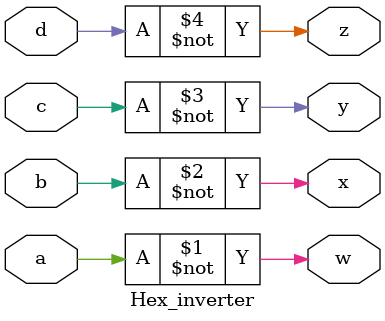
<source format=v>
module Hex_inverter(a,b,c,d,w,x,y,z);

input a,b,c,d;
output w,x,y,z;

not n1(w,a);
not n2(x,b);
not n3(y,c);
not n4(z,d);

endmodule

</source>
